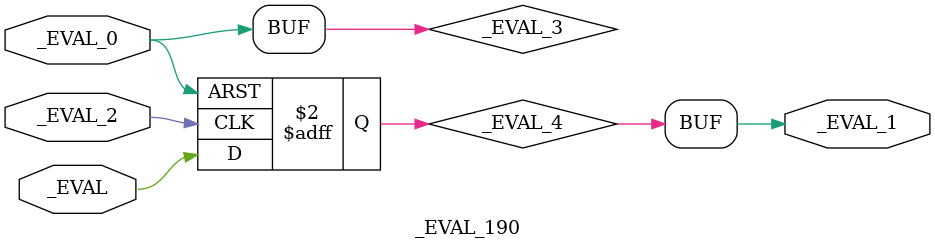
<source format=v>
module _EVAL_190(
  input   _EVAL,
  input   _EVAL_0,
  output  _EVAL_1,
  input   _EVAL_2
);
`ifdef RANDOMIZE_REG_INIT
  reg [31:0] _RAND_0;
`endif // RANDOMIZE_REG_INIT
  wire  _EVAL_3;
  reg  _EVAL_4;
  assign _EVAL_3 = _EVAL_0;
  assign _EVAL_1 = _EVAL_4;
  always @(posedge _EVAL_2 or posedge _EVAL_3) begin
    if (_EVAL_3) begin
      _EVAL_4 <= 1'h0;
    end else begin
      _EVAL_4 <= _EVAL;
    end
  end
// Register and memory initialization
`ifdef RANDOMIZE_GARBAGE_ASSIGN
`define RANDOMIZE
`endif
`ifdef RANDOMIZE_INVALID_ASSIGN
`define RANDOMIZE
`endif
`ifdef RANDOMIZE_REG_INIT
`define RANDOMIZE
`endif
`ifdef RANDOMIZE_MEM_INIT
`define RANDOMIZE
`endif
`ifndef RANDOM
`define RANDOM $random
`endif
`ifdef RANDOMIZE_MEM_INIT
  integer initvar;
`endif
`ifndef SYNTHESIS
`ifdef FIRRTL_BEFORE_INITIAL
`FIRRTL_BEFORE_INITIAL
`endif
initial begin
  `ifdef RANDOMIZE
    `ifdef INIT_RANDOM
      `INIT_RANDOM
    `endif
    `ifndef VERILATOR
      `ifdef RANDOMIZE_DELAY
        #`RANDOMIZE_DELAY begin end
      `else
        #0.002 begin end
      `endif
    `endif
`ifdef RANDOMIZE_REG_INIT
  _RAND_0 = {1{`RANDOM}};
  _EVAL_4 = _RAND_0[0:0];
`endif // RANDOMIZE_REG_INIT
  if (_EVAL_3) begin
    _EVAL_4 = 1'h0;
  end
  `endif // RANDOMIZE
end // initial
`ifdef FIRRTL_AFTER_INITIAL
`FIRRTL_AFTER_INITIAL
`endif
`endif // SYNTHESIS
endmodule

</source>
